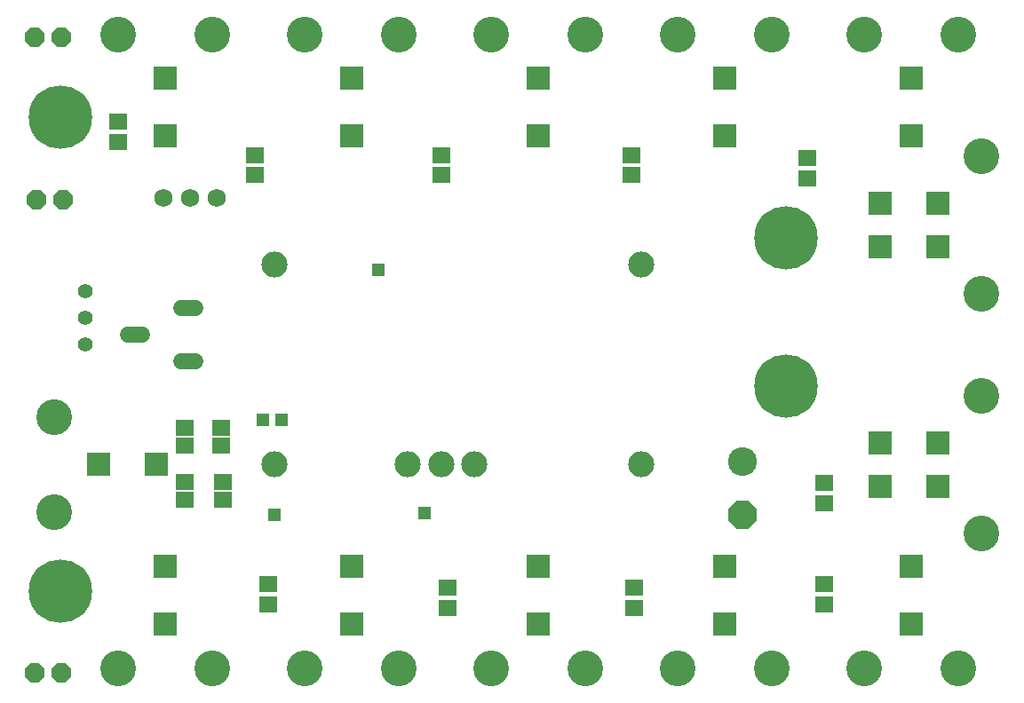
<source format=gts>
G75*
%MOIN*%
%OFA0B0*%
%FSLAX24Y24*%
%IPPOS*%
%LPD*%
%AMOC8*
5,1,8,0,0,1.08239X$1,22.5*
%
%ADD10C,0.1080*%
%ADD11OC8,0.1080*%
%ADD12R,0.0907X0.0907*%
%ADD13C,0.1340*%
%ADD14R,0.0710X0.0592*%
%ADD15C,0.0600*%
%ADD16C,0.0980*%
%ADD17C,0.0556*%
%ADD18OC8,0.0740*%
%ADD19C,0.0680*%
%ADD20R,0.0671X0.0592*%
%ADD21C,0.2380*%
%ADD22R,0.0476X0.0476*%
D10*
X029771Y011708D03*
D11*
X029771Y009708D03*
D12*
X029083Y007748D03*
X029083Y005583D03*
X036083Y005583D03*
X036083Y007748D03*
X037083Y010756D03*
X034918Y010756D03*
X034918Y012410D03*
X037083Y012410D03*
X037083Y019756D03*
X037083Y021410D03*
X034918Y021410D03*
X034918Y019756D03*
X036083Y023918D03*
X036083Y026083D03*
X029083Y026083D03*
X029083Y023918D03*
X022083Y023918D03*
X022083Y026083D03*
X015083Y026083D03*
X015083Y023918D03*
X008083Y023918D03*
X008083Y026083D03*
X007748Y011583D03*
X005583Y011583D03*
X008083Y007748D03*
X008083Y005583D03*
X015083Y005583D03*
X015083Y007748D03*
X022083Y007748D03*
X022083Y005583D03*
D13*
X020311Y003930D03*
X016855Y003930D03*
X013311Y003930D03*
X009855Y003930D03*
X006311Y003930D03*
X003930Y009811D03*
X003930Y013355D03*
X006311Y027737D03*
X009855Y027737D03*
X013311Y027737D03*
X016855Y027737D03*
X020311Y027737D03*
X023855Y027737D03*
X027311Y027737D03*
X030855Y027737D03*
X034311Y027737D03*
X037855Y027737D03*
X038737Y023181D03*
X038737Y017985D03*
X038737Y014181D03*
X038737Y008985D03*
X037855Y003930D03*
X034311Y003930D03*
X030855Y003930D03*
X027311Y003930D03*
X023855Y003930D03*
D14*
X032833Y010147D03*
X032833Y010895D03*
X006333Y023709D03*
X006333Y024457D03*
D15*
X008698Y017458D02*
X009218Y017458D01*
X007218Y016458D02*
X006698Y016458D01*
X008698Y015458D02*
X009218Y015458D01*
D16*
X012208Y019083D03*
X012208Y011583D03*
X017208Y011583D03*
X018458Y011583D03*
X019708Y011583D03*
X025958Y011583D03*
X025958Y019083D03*
D17*
X005083Y018083D03*
X005083Y017083D03*
X005083Y016083D03*
D18*
X003208Y003771D03*
X004208Y003771D03*
X004271Y021521D03*
X003271Y021521D03*
X003208Y027646D03*
X004208Y027646D03*
D19*
X008021Y021583D03*
X009021Y021583D03*
X010021Y021583D03*
D20*
X011458Y022459D03*
X011458Y023207D03*
X018458Y023207D03*
X018458Y022459D03*
X025583Y022459D03*
X025583Y023207D03*
X032208Y023082D03*
X032208Y022334D03*
X032833Y007082D03*
X032833Y006334D03*
X025708Y006209D03*
X025708Y006957D03*
X018708Y006957D03*
X018708Y006209D03*
X011958Y006334D03*
X011958Y007082D03*
X010271Y010248D03*
X010271Y010918D03*
X010208Y012311D03*
X010208Y012980D03*
X008833Y012980D03*
X008833Y012311D03*
X008833Y010918D03*
X008833Y010248D03*
D21*
X004146Y006833D03*
X004146Y024646D03*
X031396Y020083D03*
X031396Y014521D03*
D22*
X017833Y009771D03*
X012458Y013271D03*
X011771Y013271D03*
X012208Y009708D03*
X016083Y018896D03*
M02*

</source>
